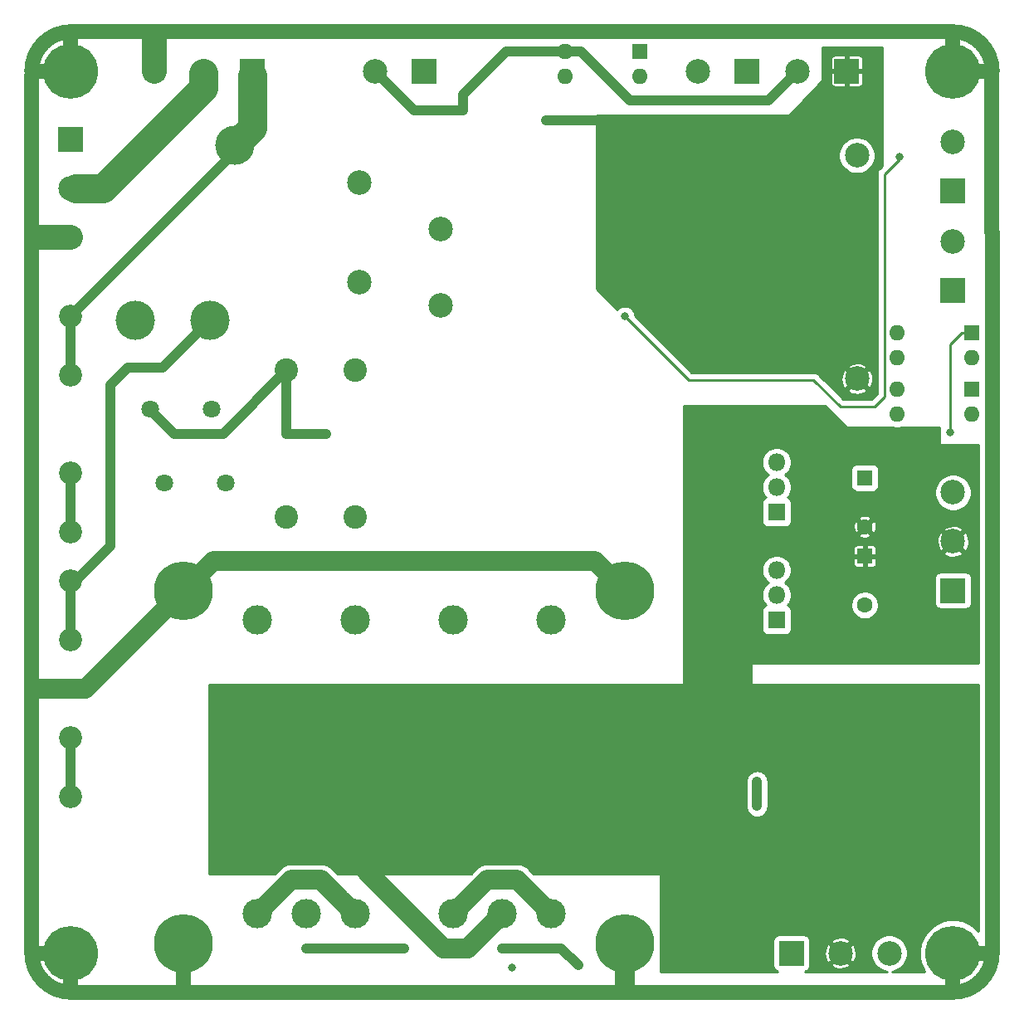
<source format=gbl>
G04 #@! TF.GenerationSoftware,KiCad,Pcbnew,5.1.5+dfsg1-2build2*
G04 #@! TF.CreationDate,2021-10-27T23:18:45+10:30*
G04 #@! TF.ProjectId,xover-psu,786f7665-722d-4707-9375-2e6b69636164,rev?*
G04 #@! TF.SameCoordinates,Original*
G04 #@! TF.FileFunction,Copper,L2,Bot*
G04 #@! TF.FilePolarity,Positive*
%FSLAX46Y46*%
G04 Gerber Fmt 4.6, Leading zero omitted, Abs format (unit mm)*
G04 Created by KiCad (PCBNEW 5.1.5+dfsg1-2build2) date 2021-10-27 23:18:45*
%MOMM*%
%LPD*%
G04 APERTURE LIST*
%ADD10C,1.500000*%
%ADD11R,1.600000X1.600000*%
%ADD12O,1.600000X1.600000*%
%ADD13C,2.500000*%
%ADD14R,2.500000X2.500000*%
%ADD15C,6.000000*%
%ADD16C,2.999740*%
%ADD17C,5.600000*%
%ADD18C,2.350000*%
%ADD19C,2.400000*%
%ADD20C,1.600000*%
%ADD21C,4.000000*%
%ADD22C,1.800000*%
%ADD23R,1.800000X1.800000*%
%ADD24O,1.800000X1.800000*%
%ADD25C,0.800000*%
%ADD26C,1.000000*%
%ADD27C,2.000000*%
%ADD28C,0.250000*%
%ADD29C,2.500000*%
%ADD30C,3.000000*%
%ADD31C,0.254000*%
G04 APERTURE END LIST*
D10*
X30000000Y-124000000D02*
G75*
G02X26000000Y-120000000I0J4000000D01*
G01*
X124000000Y-120000000D02*
G75*
G02X120000000Y-124000000I-4000000J0D01*
G01*
X120000000Y-26000000D02*
G75*
G02X124000000Y-30000000I0J-4000000D01*
G01*
X26000000Y-30000000D02*
G75*
G02X30000000Y-26000000I4000000J0D01*
G01*
D11*
X121901000Y-56750000D03*
D12*
X114281000Y-59290000D03*
X121901000Y-59290000D03*
X114281000Y-56750000D03*
D11*
X88000000Y-28000000D03*
D12*
X80380000Y-30540000D03*
X88000000Y-30540000D03*
X80380000Y-28000000D03*
D11*
X121901000Y-62465000D03*
D12*
X114281000Y-65005000D03*
X121901000Y-65005000D03*
X114281000Y-62465000D03*
D13*
X119996000Y-47432000D03*
D14*
X119996000Y-52432000D03*
D15*
X41500000Y-119000000D03*
X41500000Y-83000000D03*
X86500000Y-83000000D03*
X86500000Y-119000000D03*
D16*
X79001240Y-116001240D03*
X73999980Y-116001240D03*
X69001260Y-116001240D03*
X58998740Y-116001240D03*
X54000020Y-116001240D03*
X48998760Y-116001240D03*
X48998760Y-85998760D03*
X58998740Y-85998760D03*
X69001260Y-85998760D03*
X79001240Y-85998760D03*
D13*
X67700000Y-46100000D03*
X67700000Y-53900000D03*
X110200000Y-61400000D03*
X110200000Y-38600000D03*
X119996000Y-37272000D03*
D14*
X119996000Y-42272000D03*
D17*
X120000000Y-120000000D03*
X120000000Y-30000000D03*
D18*
X30000000Y-98000000D03*
X30000000Y-104000000D03*
X30000000Y-88000000D03*
X30000000Y-82000000D03*
X30000000Y-71000000D03*
X30000000Y-77000000D03*
X30000000Y-61000000D03*
X30000000Y-55000000D03*
D17*
X30000000Y-120000000D03*
X30000000Y-30000000D03*
D13*
X30000000Y-42000000D03*
D14*
X30000000Y-37000000D03*
D13*
X30000000Y-47000000D03*
X43500000Y-30000000D03*
D14*
X48500000Y-30000000D03*
D13*
X38500000Y-30000000D03*
X94000000Y-30000000D03*
D14*
X99000000Y-30000000D03*
D19*
X59000000Y-75500000D03*
X59000000Y-60500000D03*
X52000000Y-60500000D03*
X52000000Y-75500000D03*
D20*
X111000000Y-76500000D03*
D11*
X111000000Y-71500000D03*
X111000000Y-79500000D03*
D20*
X111000000Y-84500000D03*
D14*
X66000000Y-30000000D03*
D13*
X61000000Y-30000000D03*
X113500000Y-120000000D03*
D14*
X103500000Y-120000000D03*
D13*
X108500000Y-120000000D03*
D14*
X109160000Y-30000000D03*
D13*
X104160000Y-30000000D03*
X120000000Y-78000000D03*
D14*
X120000000Y-83000000D03*
D13*
X120000000Y-73000000D03*
D21*
X36600000Y-55400000D03*
X44200000Y-55400000D03*
X46740000Y-37600000D03*
D13*
X59440000Y-51580000D03*
X59440000Y-41420000D03*
D22*
X45750000Y-72000000D03*
X44350000Y-64500000D03*
X38100000Y-64500000D03*
X39500000Y-72000000D03*
D23*
X102000000Y-75000000D03*
D24*
X102000000Y-72460000D03*
X102000000Y-69920000D03*
X102000000Y-80920000D03*
X102000000Y-83460000D03*
D23*
X102000000Y-86000000D03*
D25*
X105000000Y-47000000D03*
X101000000Y-47000000D03*
X78500002Y-35000000D03*
X111614000Y-28000000D03*
X90000000Y-39000000D03*
X94000004Y-39000000D03*
X111750000Y-41000000D03*
X109000000Y-57500000D03*
X101500000Y-53000000D03*
X96500000Y-58250000D03*
X92500000Y-55000000D03*
X104500000Y-68000000D03*
X112000000Y-67000000D03*
X120750000Y-88500000D03*
X112000000Y-89000000D03*
X105500000Y-87500000D03*
X95500000Y-86500000D03*
X95500000Y-73000000D03*
X59500000Y-106000000D03*
X61500000Y-96500000D03*
X57500000Y-96500000D03*
X63000000Y-96500000D03*
X59500000Y-109000000D03*
X56000000Y-96500000D03*
X59500000Y-110500000D03*
X59500000Y-107500000D03*
X49500000Y-101000000D03*
X73500000Y-96250000D03*
X90250000Y-109750000D03*
X114500000Y-105000000D03*
X114500000Y-114750000D03*
X98750000Y-109750000D03*
X94500000Y-114500000D03*
X94500000Y-105500000D03*
X110249994Y-109750000D03*
X118749996Y-109750000D03*
X121266000Y-70466000D03*
X116948000Y-66910000D03*
X54000000Y-119500000D03*
X64000000Y-119500000D03*
X74999998Y-121500000D03*
X119742000Y-66910000D03*
X74000012Y-119500000D03*
X81750000Y-121250000D03*
X56000000Y-67000000D03*
X53999986Y-67000000D03*
X52000000Y-67000000D03*
X26000000Y-93000000D03*
X26000000Y-93000000D03*
X74000000Y-26000000D03*
X100000000Y-102500000D03*
X100000000Y-105000000D03*
X70000000Y-34000000D03*
X96250000Y-33000000D03*
X86500000Y-55000000D03*
X114500000Y-38750000D03*
D26*
X78500000Y-35000000D02*
X78500000Y-35000000D01*
X78500002Y-35000000D02*
X84400000Y-35000000D01*
D27*
X60000000Y-111500000D02*
X60000000Y-111000000D01*
X68000000Y-119500000D02*
X60000000Y-111500000D01*
X70501220Y-119500000D02*
X68000000Y-119500000D01*
X73999980Y-116001240D02*
X70501220Y-119500000D01*
X55500000Y-112500000D02*
X52500000Y-112500000D01*
X52500000Y-112500000D02*
X48998760Y-116001240D01*
X57498871Y-114498871D02*
X55500000Y-112500000D01*
X57498871Y-114501371D02*
X57498871Y-114498871D01*
X58998740Y-116001240D02*
X57498871Y-114501371D01*
D26*
X54000000Y-119500000D02*
X64000000Y-119500000D01*
D27*
X75500000Y-112500000D02*
X79001240Y-116001240D01*
X72502500Y-112500000D02*
X75500000Y-112500000D01*
X69001260Y-116001240D02*
X72502500Y-112500000D01*
D28*
X120851000Y-56750000D02*
X121901000Y-56750000D01*
X119742000Y-57859000D02*
X120851000Y-56750000D01*
X119742000Y-66910000D02*
X119742000Y-57859000D01*
D26*
X58998740Y-85998760D02*
X58998760Y-85998760D01*
X80000000Y-119500000D02*
X74000012Y-119500000D01*
X80000000Y-119500000D02*
X81750000Y-121250000D01*
D29*
X43500000Y-30500000D02*
X43500000Y-31010421D01*
D30*
X33250000Y-42000000D02*
X43500000Y-31750000D01*
X43500000Y-31750000D02*
X43500000Y-30250010D01*
X30500000Y-42000000D02*
X33250000Y-42000000D01*
D26*
X56000000Y-67000000D02*
X52000000Y-67000000D01*
X52000000Y-60500000D02*
X52000000Y-67000000D01*
X45500000Y-67000000D02*
X52000000Y-60500000D01*
X40500000Y-67000000D02*
X45500000Y-67000000D01*
X38000000Y-64500000D02*
X40500000Y-67000000D01*
X38100000Y-64500000D02*
X38000000Y-64500000D01*
X30000000Y-26040203D02*
X30000000Y-26000000D01*
D10*
X30000000Y-30000000D02*
X30000000Y-26040203D01*
X38500000Y-26000000D02*
X30000000Y-26000000D01*
D26*
X26040203Y-30000000D02*
X26000000Y-30040203D01*
X26000000Y-30040203D02*
X26000000Y-30500000D01*
D10*
X30000000Y-30000000D02*
X26040203Y-30000000D01*
D26*
X26040203Y-120000000D02*
X26000000Y-120000000D01*
X30000000Y-123959797D02*
X30000000Y-124000000D01*
D10*
X30000000Y-124000000D02*
X41500000Y-124000000D01*
X41500000Y-124000000D02*
X86500000Y-124000000D01*
D26*
X120000000Y-123959797D02*
X120000000Y-124000000D01*
D10*
X86500000Y-124000000D02*
X120000000Y-124000000D01*
D26*
X123959797Y-120000000D02*
X124000000Y-120000000D01*
D10*
X26000000Y-92500000D02*
X26000000Y-93000000D01*
X26000000Y-49500000D02*
X26000000Y-92500000D01*
X26000000Y-47000000D02*
X26000000Y-49500000D01*
X26000000Y-30500000D02*
X26000000Y-47000000D01*
X72500000Y-26000000D02*
X38500000Y-26000000D01*
D27*
X83500001Y-80000001D02*
X86500000Y-83000000D01*
X44499999Y-80000001D02*
X83500001Y-80000001D01*
X41500000Y-83000000D02*
X44499999Y-80000001D01*
D10*
X92500000Y-26000000D02*
X120000000Y-26000000D01*
X124000000Y-61500000D02*
X124000000Y-120000000D01*
D29*
X30000000Y-47000000D02*
X27000000Y-47000000D01*
D10*
X120000000Y-30000000D02*
X120000000Y-26500000D01*
X120000000Y-120000000D02*
X123500000Y-120000000D01*
X120000000Y-120000000D02*
X120000000Y-123500000D01*
D27*
X86500000Y-119000000D02*
X86500000Y-123500000D01*
D10*
X41500000Y-119000000D02*
X41500000Y-123500000D01*
X30000000Y-120000000D02*
X30000000Y-123500000D01*
X30000000Y-120000000D02*
X26500000Y-120000000D01*
D29*
X38500000Y-30000000D02*
X38500000Y-27000000D01*
D10*
X123959797Y-30000000D02*
X123989990Y-29969807D01*
X120000000Y-30000000D02*
X123959797Y-30000000D01*
X123989990Y-46489990D02*
X123989990Y-61500000D01*
X123959797Y-46459797D02*
X123989990Y-46489990D01*
X123959797Y-30000000D02*
X123959797Y-46459797D01*
X72500000Y-26000000D02*
X74000000Y-26000000D01*
X78000000Y-26000000D02*
X92500000Y-26000000D01*
X26000000Y-93000000D02*
X26000000Y-93000000D01*
X26000000Y-93000000D02*
X26000000Y-120000000D01*
X74000000Y-26000000D02*
X78000000Y-26000000D01*
D27*
X26500000Y-93000000D02*
X31500000Y-93000000D01*
X31500000Y-93000000D02*
X41500000Y-83000000D01*
D26*
X30000000Y-61500000D02*
X30000000Y-55500000D01*
X46738300Y-36600000D02*
X46740000Y-36600000D01*
D30*
X48500000Y-35840000D02*
X48500000Y-30500000D01*
X46740000Y-37600000D02*
X48500000Y-35840000D01*
D26*
X46740000Y-38260000D02*
X46740000Y-37600000D01*
X30000000Y-55000000D02*
X46740000Y-38260000D01*
X30000000Y-98000000D02*
X30000000Y-104000000D01*
X30000000Y-88000000D02*
X30000000Y-82000000D01*
X39350000Y-60250000D02*
X44200000Y-55400000D01*
X35817998Y-60250000D02*
X39350000Y-60250000D01*
X34000000Y-62067998D02*
X35817998Y-60250000D01*
X30439002Y-82000000D02*
X34000000Y-78439002D01*
X34000000Y-78439002D02*
X34000000Y-62067998D01*
X30000000Y-82000000D02*
X30439002Y-82000000D01*
X100000000Y-102500000D02*
X100000000Y-105000000D01*
X65000000Y-34000000D02*
X70000000Y-34000000D01*
X61000000Y-30000000D02*
X65000000Y-34000000D01*
X79248630Y-28000000D02*
X80380000Y-28000000D01*
X74400000Y-28000000D02*
X79248630Y-28000000D01*
X70000000Y-32400000D02*
X74400000Y-28000000D01*
X70000000Y-34000000D02*
X70000000Y-32400000D01*
X101160000Y-33000000D02*
X104160000Y-30000000D01*
X82000000Y-28000000D02*
X87000000Y-33000000D01*
X80380000Y-28000000D02*
X82000000Y-28000000D01*
X96250000Y-33000000D02*
X101160000Y-33000000D01*
X87000000Y-33000000D02*
X96250000Y-33000000D01*
X30000000Y-77000000D02*
X30000000Y-71000000D01*
D28*
X113000000Y-63250000D02*
X113000000Y-42500234D01*
X108500000Y-64250000D02*
X112000000Y-64250000D01*
X105750000Y-61500000D02*
X108500000Y-64250000D01*
X112000000Y-64250000D02*
X113000000Y-63250000D01*
X93000000Y-61500000D02*
X105750000Y-61500000D01*
X86500000Y-55000000D02*
X93000000Y-61500000D01*
X113000000Y-42500234D02*
X113000000Y-40500000D01*
X114500000Y-39000000D02*
X114500000Y-38750000D01*
X113000000Y-40500000D02*
X114500000Y-39000000D01*
D31*
G36*
X109160197Y-66339803D02*
G01*
X109179443Y-66355597D01*
X109201399Y-66367333D01*
X109225224Y-66374560D01*
X109250000Y-66377000D01*
X113843467Y-66377000D01*
X113862426Y-66384853D01*
X114139665Y-66440000D01*
X114422335Y-66440000D01*
X114699574Y-66384853D01*
X114718533Y-66377000D01*
X118599000Y-66377000D01*
X118599000Y-68000000D01*
X118601440Y-68024776D01*
X118608667Y-68048601D01*
X118620403Y-68070557D01*
X118636197Y-68089803D01*
X118655443Y-68105597D01*
X118677399Y-68117333D01*
X118701224Y-68124560D01*
X118726000Y-68127000D01*
X122615000Y-68127000D01*
X122615000Y-90373000D01*
X99500000Y-90373000D01*
X99475224Y-90375440D01*
X99451399Y-90382667D01*
X99429443Y-90394403D01*
X99410197Y-90410197D01*
X99394403Y-90429443D01*
X99382667Y-90451399D01*
X99375440Y-90475224D01*
X99373000Y-90500000D01*
X99373000Y-92500000D01*
X99375440Y-92524776D01*
X99382667Y-92548601D01*
X99394403Y-92570557D01*
X99410197Y-92589803D01*
X99429443Y-92605597D01*
X99451399Y-92617333D01*
X99475224Y-92624560D01*
X99500000Y-92627000D01*
X122615001Y-92627000D01*
X122615001Y-117757178D01*
X122189685Y-117331862D01*
X121627082Y-116955943D01*
X121001952Y-116697006D01*
X120338318Y-116565000D01*
X119661682Y-116565000D01*
X118998048Y-116697006D01*
X118372918Y-116955943D01*
X117810315Y-117331862D01*
X117331862Y-117810315D01*
X116955943Y-118372918D01*
X116697006Y-118998048D01*
X116565000Y-119661682D01*
X116565000Y-120338318D01*
X116697006Y-121001952D01*
X116955943Y-121627082D01*
X117120260Y-121873000D01*
X113745984Y-121873000D01*
X114049834Y-121812561D01*
X114392882Y-121670466D01*
X114701618Y-121464175D01*
X114964175Y-121201618D01*
X115170466Y-120892882D01*
X115312561Y-120549834D01*
X115385000Y-120185656D01*
X115385000Y-119814344D01*
X115312561Y-119450166D01*
X115170466Y-119107118D01*
X114964175Y-118798382D01*
X114701618Y-118535825D01*
X114392882Y-118329534D01*
X114049834Y-118187439D01*
X113685656Y-118115000D01*
X113314344Y-118115000D01*
X112950166Y-118187439D01*
X112607118Y-118329534D01*
X112298382Y-118535825D01*
X112035825Y-118798382D01*
X111829534Y-119107118D01*
X111687439Y-119450166D01*
X111615000Y-119814344D01*
X111615000Y-120185656D01*
X111687439Y-120549834D01*
X111829534Y-120892882D01*
X112035825Y-121201618D01*
X112298382Y-121464175D01*
X112607118Y-121670466D01*
X112950166Y-121812561D01*
X113254016Y-121873000D01*
X104883752Y-121873000D01*
X104994180Y-121839502D01*
X105104494Y-121780537D01*
X105201185Y-121701185D01*
X105280537Y-121604494D01*
X105339502Y-121494180D01*
X105375812Y-121374482D01*
X105388072Y-121250000D01*
X105388072Y-121177622D01*
X107501983Y-121177622D01*
X107642325Y-121396554D01*
X107931259Y-121537043D01*
X108242050Y-121618465D01*
X108562753Y-121637690D01*
X108881044Y-121593980D01*
X109184693Y-121489014D01*
X109357675Y-121396554D01*
X109498017Y-121177622D01*
X108500000Y-120179605D01*
X107501983Y-121177622D01*
X105388072Y-121177622D01*
X105388072Y-120062753D01*
X106862310Y-120062753D01*
X106906020Y-120381044D01*
X107010986Y-120684693D01*
X107103446Y-120857675D01*
X107322378Y-120998017D01*
X108320395Y-120000000D01*
X108679605Y-120000000D01*
X109677622Y-120998017D01*
X109896554Y-120857675D01*
X110037043Y-120568741D01*
X110118465Y-120257950D01*
X110137690Y-119937247D01*
X110093980Y-119618956D01*
X109989014Y-119315307D01*
X109896554Y-119142325D01*
X109677622Y-119001983D01*
X108679605Y-120000000D01*
X108320395Y-120000000D01*
X107322378Y-119001983D01*
X107103446Y-119142325D01*
X106962957Y-119431259D01*
X106881535Y-119742050D01*
X106862310Y-120062753D01*
X105388072Y-120062753D01*
X105388072Y-118822378D01*
X107501983Y-118822378D01*
X108500000Y-119820395D01*
X109498017Y-118822378D01*
X109357675Y-118603446D01*
X109068741Y-118462957D01*
X108757950Y-118381535D01*
X108437247Y-118362310D01*
X108118956Y-118406020D01*
X107815307Y-118510986D01*
X107642325Y-118603446D01*
X107501983Y-118822378D01*
X105388072Y-118822378D01*
X105388072Y-118750000D01*
X105375812Y-118625518D01*
X105339502Y-118505820D01*
X105280537Y-118395506D01*
X105201185Y-118298815D01*
X105104494Y-118219463D01*
X104994180Y-118160498D01*
X104874482Y-118124188D01*
X104750000Y-118111928D01*
X102250000Y-118111928D01*
X102125518Y-118124188D01*
X102005820Y-118160498D01*
X101895506Y-118219463D01*
X101798815Y-118298815D01*
X101719463Y-118395506D01*
X101660498Y-118505820D01*
X101624188Y-118625518D01*
X101611928Y-118750000D01*
X101611928Y-121250000D01*
X101624188Y-121374482D01*
X101660498Y-121494180D01*
X101719463Y-121604494D01*
X101798815Y-121701185D01*
X101895506Y-121780537D01*
X102005820Y-121839502D01*
X102116248Y-121873000D01*
X90127000Y-121873000D01*
X90127000Y-119398235D01*
X90135000Y-119358016D01*
X90135000Y-118641984D01*
X90127000Y-118601765D01*
X90127000Y-112000000D01*
X90124560Y-111975224D01*
X90117333Y-111951399D01*
X90105597Y-111929443D01*
X90089803Y-111910197D01*
X90070557Y-111894403D01*
X90048601Y-111882667D01*
X90024776Y-111875440D01*
X90000000Y-111873000D01*
X77185238Y-111873000D01*
X76712925Y-111400687D01*
X76661714Y-111338286D01*
X76412752Y-111133969D01*
X76128715Y-110982148D01*
X75820516Y-110888657D01*
X75580322Y-110865000D01*
X75580319Y-110865000D01*
X75500000Y-110857089D01*
X75419681Y-110865000D01*
X72582819Y-110865000D01*
X72502499Y-110857089D01*
X72422180Y-110865000D01*
X72422178Y-110865000D01*
X72181984Y-110888657D01*
X71873785Y-110982148D01*
X71589748Y-111133969D01*
X71340786Y-111338286D01*
X71289580Y-111400681D01*
X70817261Y-111873000D01*
X57185238Y-111873000D01*
X56712925Y-111400687D01*
X56661714Y-111338286D01*
X56412752Y-111133969D01*
X56128715Y-110982148D01*
X55820516Y-110888657D01*
X55580322Y-110865000D01*
X55580319Y-110865000D01*
X55500000Y-110857089D01*
X55419681Y-110865000D01*
X52580319Y-110865000D01*
X52499999Y-110857089D01*
X52419680Y-110865000D01*
X52419678Y-110865000D01*
X52179484Y-110888657D01*
X51871285Y-110982148D01*
X51587248Y-111133969D01*
X51338286Y-111338286D01*
X51287080Y-111400681D01*
X50814761Y-111873000D01*
X44127000Y-111873000D01*
X44127000Y-102444249D01*
X98865000Y-102444249D01*
X98865001Y-105055752D01*
X98881424Y-105222499D01*
X98946325Y-105436447D01*
X99051717Y-105633623D01*
X99193552Y-105806449D01*
X99366378Y-105948284D01*
X99563554Y-106053676D01*
X99777502Y-106118577D01*
X100000000Y-106140491D01*
X100222499Y-106118577D01*
X100436447Y-106053676D01*
X100633623Y-105948284D01*
X100806449Y-105806449D01*
X100948284Y-105633623D01*
X101053676Y-105436447D01*
X101118577Y-105222499D01*
X101135000Y-105055752D01*
X101135000Y-102444248D01*
X101118577Y-102277501D01*
X101053676Y-102063553D01*
X100948284Y-101866377D01*
X100806449Y-101693551D01*
X100633623Y-101551716D01*
X100436446Y-101446324D01*
X100222498Y-101381423D01*
X100000000Y-101359509D01*
X99777501Y-101381423D01*
X99563553Y-101446324D01*
X99366377Y-101551716D01*
X99193551Y-101693551D01*
X99051716Y-101866377D01*
X98946324Y-102063554D01*
X98881423Y-102277502D01*
X98865000Y-102444249D01*
X44127000Y-102444249D01*
X44127000Y-92627000D01*
X92400000Y-92627000D01*
X92424776Y-92624560D01*
X92448601Y-92617333D01*
X92470557Y-92605597D01*
X92489803Y-92589803D01*
X92505597Y-92570557D01*
X92517333Y-92548601D01*
X92524560Y-92524776D01*
X92527000Y-92500000D01*
X92527000Y-85100000D01*
X100461928Y-85100000D01*
X100461928Y-86900000D01*
X100474188Y-87024482D01*
X100510498Y-87144180D01*
X100569463Y-87254494D01*
X100648815Y-87351185D01*
X100745506Y-87430537D01*
X100855820Y-87489502D01*
X100975518Y-87525812D01*
X101100000Y-87538072D01*
X102900000Y-87538072D01*
X103024482Y-87525812D01*
X103144180Y-87489502D01*
X103254494Y-87430537D01*
X103351185Y-87351185D01*
X103430537Y-87254494D01*
X103489502Y-87144180D01*
X103525812Y-87024482D01*
X103538072Y-86900000D01*
X103538072Y-85100000D01*
X103525812Y-84975518D01*
X103489502Y-84855820D01*
X103430537Y-84745506D01*
X103351185Y-84648815D01*
X103254494Y-84569463D01*
X103144180Y-84510498D01*
X103125873Y-84504944D01*
X103192312Y-84438505D01*
X103245659Y-84358665D01*
X109565000Y-84358665D01*
X109565000Y-84641335D01*
X109620147Y-84918574D01*
X109728320Y-85179727D01*
X109885363Y-85414759D01*
X110085241Y-85614637D01*
X110320273Y-85771680D01*
X110581426Y-85879853D01*
X110858665Y-85935000D01*
X111141335Y-85935000D01*
X111418574Y-85879853D01*
X111679727Y-85771680D01*
X111914759Y-85614637D01*
X112114637Y-85414759D01*
X112271680Y-85179727D01*
X112379853Y-84918574D01*
X112435000Y-84641335D01*
X112435000Y-84358665D01*
X112379853Y-84081426D01*
X112271680Y-83820273D01*
X112114637Y-83585241D01*
X111914759Y-83385363D01*
X111679727Y-83228320D01*
X111418574Y-83120147D01*
X111141335Y-83065000D01*
X110858665Y-83065000D01*
X110581426Y-83120147D01*
X110320273Y-83228320D01*
X110085241Y-83385363D01*
X109885363Y-83585241D01*
X109728320Y-83820273D01*
X109620147Y-84081426D01*
X109565000Y-84358665D01*
X103245659Y-84358665D01*
X103360299Y-84187095D01*
X103476011Y-83907743D01*
X103535000Y-83611184D01*
X103535000Y-83308816D01*
X103476011Y-83012257D01*
X103360299Y-82732905D01*
X103192312Y-82481495D01*
X102978505Y-82267688D01*
X102862237Y-82190000D01*
X102978505Y-82112312D01*
X103192312Y-81898505D01*
X103291539Y-81750000D01*
X118111928Y-81750000D01*
X118111928Y-84250000D01*
X118124188Y-84374482D01*
X118160498Y-84494180D01*
X118219463Y-84604494D01*
X118298815Y-84701185D01*
X118395506Y-84780537D01*
X118505820Y-84839502D01*
X118625518Y-84875812D01*
X118750000Y-84888072D01*
X121250000Y-84888072D01*
X121374482Y-84875812D01*
X121494180Y-84839502D01*
X121604494Y-84780537D01*
X121701185Y-84701185D01*
X121780537Y-84604494D01*
X121839502Y-84494180D01*
X121875812Y-84374482D01*
X121888072Y-84250000D01*
X121888072Y-81750000D01*
X121875812Y-81625518D01*
X121839502Y-81505820D01*
X121780537Y-81395506D01*
X121701185Y-81298815D01*
X121604494Y-81219463D01*
X121494180Y-81160498D01*
X121374482Y-81124188D01*
X121250000Y-81111928D01*
X118750000Y-81111928D01*
X118625518Y-81124188D01*
X118505820Y-81160498D01*
X118395506Y-81219463D01*
X118298815Y-81298815D01*
X118219463Y-81395506D01*
X118160498Y-81505820D01*
X118124188Y-81625518D01*
X118111928Y-81750000D01*
X103291539Y-81750000D01*
X103360299Y-81647095D01*
X103476011Y-81367743D01*
X103535000Y-81071184D01*
X103535000Y-80768816D01*
X103476011Y-80472257D01*
X103404660Y-80300000D01*
X109817157Y-80300000D01*
X109824513Y-80374689D01*
X109846299Y-80446508D01*
X109881678Y-80512696D01*
X109929289Y-80570711D01*
X109987304Y-80618322D01*
X110053492Y-80653701D01*
X110125311Y-80675487D01*
X110200000Y-80682843D01*
X110777750Y-80681000D01*
X110873000Y-80585750D01*
X110873000Y-79627000D01*
X111127000Y-79627000D01*
X111127000Y-80585750D01*
X111222250Y-80681000D01*
X111800000Y-80682843D01*
X111874689Y-80675487D01*
X111946508Y-80653701D01*
X112012696Y-80618322D01*
X112070711Y-80570711D01*
X112118322Y-80512696D01*
X112153701Y-80446508D01*
X112175487Y-80374689D01*
X112182843Y-80300000D01*
X112181000Y-79722250D01*
X112085750Y-79627000D01*
X111127000Y-79627000D01*
X110873000Y-79627000D01*
X109914250Y-79627000D01*
X109819000Y-79722250D01*
X109817157Y-80300000D01*
X103404660Y-80300000D01*
X103360299Y-80192905D01*
X103192312Y-79941495D01*
X102978505Y-79727688D01*
X102727095Y-79559701D01*
X102447743Y-79443989D01*
X102151184Y-79385000D01*
X101848816Y-79385000D01*
X101552257Y-79443989D01*
X101272905Y-79559701D01*
X101021495Y-79727688D01*
X100807688Y-79941495D01*
X100639701Y-80192905D01*
X100523989Y-80472257D01*
X100465000Y-80768816D01*
X100465000Y-81071184D01*
X100523989Y-81367743D01*
X100639701Y-81647095D01*
X100807688Y-81898505D01*
X101021495Y-82112312D01*
X101137763Y-82190000D01*
X101021495Y-82267688D01*
X100807688Y-82481495D01*
X100639701Y-82732905D01*
X100523989Y-83012257D01*
X100465000Y-83308816D01*
X100465000Y-83611184D01*
X100523989Y-83907743D01*
X100639701Y-84187095D01*
X100807688Y-84438505D01*
X100874127Y-84504944D01*
X100855820Y-84510498D01*
X100745506Y-84569463D01*
X100648815Y-84648815D01*
X100569463Y-84745506D01*
X100510498Y-84855820D01*
X100474188Y-84975518D01*
X100461928Y-85100000D01*
X92527000Y-85100000D01*
X92527000Y-78700000D01*
X109817157Y-78700000D01*
X109819000Y-79277750D01*
X109914250Y-79373000D01*
X110873000Y-79373000D01*
X110873000Y-78414250D01*
X111127000Y-78414250D01*
X111127000Y-79373000D01*
X112085750Y-79373000D01*
X112181000Y-79277750D01*
X112181319Y-79177622D01*
X119001983Y-79177622D01*
X119142325Y-79396554D01*
X119431259Y-79537043D01*
X119742050Y-79618465D01*
X120062753Y-79637690D01*
X120381044Y-79593980D01*
X120684693Y-79489014D01*
X120857675Y-79396554D01*
X120998017Y-79177622D01*
X120000000Y-78179605D01*
X119001983Y-79177622D01*
X112181319Y-79177622D01*
X112182843Y-78700000D01*
X112175487Y-78625311D01*
X112153701Y-78553492D01*
X112118322Y-78487304D01*
X112070711Y-78429289D01*
X112012696Y-78381678D01*
X111946508Y-78346299D01*
X111874689Y-78324513D01*
X111800000Y-78317157D01*
X111222250Y-78319000D01*
X111127000Y-78414250D01*
X110873000Y-78414250D01*
X110777750Y-78319000D01*
X110200000Y-78317157D01*
X110125311Y-78324513D01*
X110053492Y-78346299D01*
X109987304Y-78381678D01*
X109929289Y-78429289D01*
X109881678Y-78487304D01*
X109846299Y-78553492D01*
X109824513Y-78625311D01*
X109817157Y-78700000D01*
X92527000Y-78700000D01*
X92527000Y-78062753D01*
X118362310Y-78062753D01*
X118406020Y-78381044D01*
X118510986Y-78684693D01*
X118603446Y-78857675D01*
X118822378Y-78998017D01*
X119820395Y-78000000D01*
X120179605Y-78000000D01*
X121177622Y-78998017D01*
X121396554Y-78857675D01*
X121537043Y-78568741D01*
X121618465Y-78257950D01*
X121637690Y-77937247D01*
X121593980Y-77618956D01*
X121489014Y-77315307D01*
X121396554Y-77142325D01*
X121177622Y-77001983D01*
X120179605Y-78000000D01*
X119820395Y-78000000D01*
X118822378Y-77001983D01*
X118603446Y-77142325D01*
X118462957Y-77431259D01*
X118381535Y-77742050D01*
X118362310Y-78062753D01*
X92527000Y-78062753D01*
X92527000Y-77356342D01*
X110323263Y-77356342D01*
X110409218Y-77529207D01*
X110621358Y-77624687D01*
X110848048Y-77676945D01*
X111080578Y-77683975D01*
X111310012Y-77645505D01*
X111527532Y-77563014D01*
X111590782Y-77529207D01*
X111676737Y-77356342D01*
X111000000Y-76679605D01*
X110323263Y-77356342D01*
X92527000Y-77356342D01*
X92527000Y-76580578D01*
X109816025Y-76580578D01*
X109854495Y-76810012D01*
X109936986Y-77027532D01*
X109970793Y-77090782D01*
X110143658Y-77176737D01*
X110820395Y-76500000D01*
X111179605Y-76500000D01*
X111856342Y-77176737D01*
X112029207Y-77090782D01*
X112124687Y-76878642D01*
X112137657Y-76822378D01*
X119001983Y-76822378D01*
X120000000Y-77820395D01*
X120998017Y-76822378D01*
X120857675Y-76603446D01*
X120568741Y-76462957D01*
X120257950Y-76381535D01*
X119937247Y-76362310D01*
X119618956Y-76406020D01*
X119315307Y-76510986D01*
X119142325Y-76603446D01*
X119001983Y-76822378D01*
X112137657Y-76822378D01*
X112176945Y-76651952D01*
X112183975Y-76419422D01*
X112145505Y-76189988D01*
X112063014Y-75972468D01*
X112029207Y-75909218D01*
X111856342Y-75823263D01*
X111179605Y-76500000D01*
X110820395Y-76500000D01*
X110143658Y-75823263D01*
X109970793Y-75909218D01*
X109875313Y-76121358D01*
X109823055Y-76348048D01*
X109816025Y-76580578D01*
X92527000Y-76580578D01*
X92527000Y-74100000D01*
X100461928Y-74100000D01*
X100461928Y-75900000D01*
X100474188Y-76024482D01*
X100510498Y-76144180D01*
X100569463Y-76254494D01*
X100648815Y-76351185D01*
X100745506Y-76430537D01*
X100855820Y-76489502D01*
X100975518Y-76525812D01*
X101100000Y-76538072D01*
X102900000Y-76538072D01*
X103024482Y-76525812D01*
X103144180Y-76489502D01*
X103254494Y-76430537D01*
X103351185Y-76351185D01*
X103430537Y-76254494D01*
X103489502Y-76144180D01*
X103525812Y-76024482D01*
X103538072Y-75900000D01*
X103538072Y-75643658D01*
X110323263Y-75643658D01*
X111000000Y-76320395D01*
X111676737Y-75643658D01*
X111590782Y-75470793D01*
X111378642Y-75375313D01*
X111151952Y-75323055D01*
X110919422Y-75316025D01*
X110689988Y-75354495D01*
X110472468Y-75436986D01*
X110409218Y-75470793D01*
X110323263Y-75643658D01*
X103538072Y-75643658D01*
X103538072Y-74100000D01*
X103525812Y-73975518D01*
X103489502Y-73855820D01*
X103430537Y-73745506D01*
X103351185Y-73648815D01*
X103254494Y-73569463D01*
X103144180Y-73510498D01*
X103125873Y-73504944D01*
X103192312Y-73438505D01*
X103360299Y-73187095D01*
X103476011Y-72907743D01*
X103535000Y-72611184D01*
X103535000Y-72308816D01*
X103476011Y-72012257D01*
X103360299Y-71732905D01*
X103192312Y-71481495D01*
X102978505Y-71267688D01*
X102862237Y-71190000D01*
X102978505Y-71112312D01*
X103192312Y-70898505D01*
X103324948Y-70700000D01*
X109561928Y-70700000D01*
X109561928Y-72300000D01*
X109574188Y-72424482D01*
X109610498Y-72544180D01*
X109669463Y-72654494D01*
X109748815Y-72751185D01*
X109845506Y-72830537D01*
X109955820Y-72889502D01*
X110075518Y-72925812D01*
X110200000Y-72938072D01*
X111800000Y-72938072D01*
X111924482Y-72925812D01*
X112044180Y-72889502D01*
X112154494Y-72830537D01*
X112174225Y-72814344D01*
X118115000Y-72814344D01*
X118115000Y-73185656D01*
X118187439Y-73549834D01*
X118329534Y-73892882D01*
X118535825Y-74201618D01*
X118798382Y-74464175D01*
X119107118Y-74670466D01*
X119450166Y-74812561D01*
X119814344Y-74885000D01*
X120185656Y-74885000D01*
X120549834Y-74812561D01*
X120892882Y-74670466D01*
X121201618Y-74464175D01*
X121464175Y-74201618D01*
X121670466Y-73892882D01*
X121812561Y-73549834D01*
X121885000Y-73185656D01*
X121885000Y-72814344D01*
X121812561Y-72450166D01*
X121670466Y-72107118D01*
X121464175Y-71798382D01*
X121201618Y-71535825D01*
X120892882Y-71329534D01*
X120549834Y-71187439D01*
X120185656Y-71115000D01*
X119814344Y-71115000D01*
X119450166Y-71187439D01*
X119107118Y-71329534D01*
X118798382Y-71535825D01*
X118535825Y-71798382D01*
X118329534Y-72107118D01*
X118187439Y-72450166D01*
X118115000Y-72814344D01*
X112174225Y-72814344D01*
X112251185Y-72751185D01*
X112330537Y-72654494D01*
X112389502Y-72544180D01*
X112425812Y-72424482D01*
X112438072Y-72300000D01*
X112438072Y-70700000D01*
X112425812Y-70575518D01*
X112389502Y-70455820D01*
X112330537Y-70345506D01*
X112251185Y-70248815D01*
X112154494Y-70169463D01*
X112044180Y-70110498D01*
X111924482Y-70074188D01*
X111800000Y-70061928D01*
X110200000Y-70061928D01*
X110075518Y-70074188D01*
X109955820Y-70110498D01*
X109845506Y-70169463D01*
X109748815Y-70248815D01*
X109669463Y-70345506D01*
X109610498Y-70455820D01*
X109574188Y-70575518D01*
X109561928Y-70700000D01*
X103324948Y-70700000D01*
X103360299Y-70647095D01*
X103476011Y-70367743D01*
X103535000Y-70071184D01*
X103535000Y-69768816D01*
X103476011Y-69472257D01*
X103360299Y-69192905D01*
X103192312Y-68941495D01*
X102978505Y-68727688D01*
X102727095Y-68559701D01*
X102447743Y-68443989D01*
X102151184Y-68385000D01*
X101848816Y-68385000D01*
X101552257Y-68443989D01*
X101272905Y-68559701D01*
X101021495Y-68727688D01*
X100807688Y-68941495D01*
X100639701Y-69192905D01*
X100523989Y-69472257D01*
X100465000Y-69768816D01*
X100465000Y-70071184D01*
X100523989Y-70367743D01*
X100639701Y-70647095D01*
X100807688Y-70898505D01*
X101021495Y-71112312D01*
X101137763Y-71190000D01*
X101021495Y-71267688D01*
X100807688Y-71481495D01*
X100639701Y-71732905D01*
X100523989Y-72012257D01*
X100465000Y-72308816D01*
X100465000Y-72611184D01*
X100523989Y-72907743D01*
X100639701Y-73187095D01*
X100807688Y-73438505D01*
X100874127Y-73504944D01*
X100855820Y-73510498D01*
X100745506Y-73569463D01*
X100648815Y-73648815D01*
X100569463Y-73745506D01*
X100510498Y-73855820D01*
X100474188Y-73975518D01*
X100461928Y-74100000D01*
X92527000Y-74100000D01*
X92527000Y-64127000D01*
X106947394Y-64127000D01*
X109160197Y-66339803D01*
G37*
X109160197Y-66339803D02*
X109179443Y-66355597D01*
X109201399Y-66367333D01*
X109225224Y-66374560D01*
X109250000Y-66377000D01*
X113843467Y-66377000D01*
X113862426Y-66384853D01*
X114139665Y-66440000D01*
X114422335Y-66440000D01*
X114699574Y-66384853D01*
X114718533Y-66377000D01*
X118599000Y-66377000D01*
X118599000Y-68000000D01*
X118601440Y-68024776D01*
X118608667Y-68048601D01*
X118620403Y-68070557D01*
X118636197Y-68089803D01*
X118655443Y-68105597D01*
X118677399Y-68117333D01*
X118701224Y-68124560D01*
X118726000Y-68127000D01*
X122615000Y-68127000D01*
X122615000Y-90373000D01*
X99500000Y-90373000D01*
X99475224Y-90375440D01*
X99451399Y-90382667D01*
X99429443Y-90394403D01*
X99410197Y-90410197D01*
X99394403Y-90429443D01*
X99382667Y-90451399D01*
X99375440Y-90475224D01*
X99373000Y-90500000D01*
X99373000Y-92500000D01*
X99375440Y-92524776D01*
X99382667Y-92548601D01*
X99394403Y-92570557D01*
X99410197Y-92589803D01*
X99429443Y-92605597D01*
X99451399Y-92617333D01*
X99475224Y-92624560D01*
X99500000Y-92627000D01*
X122615001Y-92627000D01*
X122615001Y-117757178D01*
X122189685Y-117331862D01*
X121627082Y-116955943D01*
X121001952Y-116697006D01*
X120338318Y-116565000D01*
X119661682Y-116565000D01*
X118998048Y-116697006D01*
X118372918Y-116955943D01*
X117810315Y-117331862D01*
X117331862Y-117810315D01*
X116955943Y-118372918D01*
X116697006Y-118998048D01*
X116565000Y-119661682D01*
X116565000Y-120338318D01*
X116697006Y-121001952D01*
X116955943Y-121627082D01*
X117120260Y-121873000D01*
X113745984Y-121873000D01*
X114049834Y-121812561D01*
X114392882Y-121670466D01*
X114701618Y-121464175D01*
X114964175Y-121201618D01*
X115170466Y-120892882D01*
X115312561Y-120549834D01*
X115385000Y-120185656D01*
X115385000Y-119814344D01*
X115312561Y-119450166D01*
X115170466Y-119107118D01*
X114964175Y-118798382D01*
X114701618Y-118535825D01*
X114392882Y-118329534D01*
X114049834Y-118187439D01*
X113685656Y-118115000D01*
X113314344Y-118115000D01*
X112950166Y-118187439D01*
X112607118Y-118329534D01*
X112298382Y-118535825D01*
X112035825Y-118798382D01*
X111829534Y-119107118D01*
X111687439Y-119450166D01*
X111615000Y-119814344D01*
X111615000Y-120185656D01*
X111687439Y-120549834D01*
X111829534Y-120892882D01*
X112035825Y-121201618D01*
X112298382Y-121464175D01*
X112607118Y-121670466D01*
X112950166Y-121812561D01*
X113254016Y-121873000D01*
X104883752Y-121873000D01*
X104994180Y-121839502D01*
X105104494Y-121780537D01*
X105201185Y-121701185D01*
X105280537Y-121604494D01*
X105339502Y-121494180D01*
X105375812Y-121374482D01*
X105388072Y-121250000D01*
X105388072Y-121177622D01*
X107501983Y-121177622D01*
X107642325Y-121396554D01*
X107931259Y-121537043D01*
X108242050Y-121618465D01*
X108562753Y-121637690D01*
X108881044Y-121593980D01*
X109184693Y-121489014D01*
X109357675Y-121396554D01*
X109498017Y-121177622D01*
X108500000Y-120179605D01*
X107501983Y-121177622D01*
X105388072Y-121177622D01*
X105388072Y-120062753D01*
X106862310Y-120062753D01*
X106906020Y-120381044D01*
X107010986Y-120684693D01*
X107103446Y-120857675D01*
X107322378Y-120998017D01*
X108320395Y-120000000D01*
X108679605Y-120000000D01*
X109677622Y-120998017D01*
X109896554Y-120857675D01*
X110037043Y-120568741D01*
X110118465Y-120257950D01*
X110137690Y-119937247D01*
X110093980Y-119618956D01*
X109989014Y-119315307D01*
X109896554Y-119142325D01*
X109677622Y-119001983D01*
X108679605Y-120000000D01*
X108320395Y-120000000D01*
X107322378Y-119001983D01*
X107103446Y-119142325D01*
X106962957Y-119431259D01*
X106881535Y-119742050D01*
X106862310Y-120062753D01*
X105388072Y-120062753D01*
X105388072Y-118822378D01*
X107501983Y-118822378D01*
X108500000Y-119820395D01*
X109498017Y-118822378D01*
X109357675Y-118603446D01*
X109068741Y-118462957D01*
X108757950Y-118381535D01*
X108437247Y-118362310D01*
X108118956Y-118406020D01*
X107815307Y-118510986D01*
X107642325Y-118603446D01*
X107501983Y-118822378D01*
X105388072Y-118822378D01*
X105388072Y-118750000D01*
X105375812Y-118625518D01*
X105339502Y-118505820D01*
X105280537Y-118395506D01*
X105201185Y-118298815D01*
X105104494Y-118219463D01*
X104994180Y-118160498D01*
X104874482Y-118124188D01*
X104750000Y-118111928D01*
X102250000Y-118111928D01*
X102125518Y-118124188D01*
X102005820Y-118160498D01*
X101895506Y-118219463D01*
X101798815Y-118298815D01*
X101719463Y-118395506D01*
X101660498Y-118505820D01*
X101624188Y-118625518D01*
X101611928Y-118750000D01*
X101611928Y-121250000D01*
X101624188Y-121374482D01*
X101660498Y-121494180D01*
X101719463Y-121604494D01*
X101798815Y-121701185D01*
X101895506Y-121780537D01*
X102005820Y-121839502D01*
X102116248Y-121873000D01*
X90127000Y-121873000D01*
X90127000Y-119398235D01*
X90135000Y-119358016D01*
X90135000Y-118641984D01*
X90127000Y-118601765D01*
X90127000Y-112000000D01*
X90124560Y-111975224D01*
X90117333Y-111951399D01*
X90105597Y-111929443D01*
X90089803Y-111910197D01*
X90070557Y-111894403D01*
X90048601Y-111882667D01*
X90024776Y-111875440D01*
X90000000Y-111873000D01*
X77185238Y-111873000D01*
X76712925Y-111400687D01*
X76661714Y-111338286D01*
X76412752Y-111133969D01*
X76128715Y-110982148D01*
X75820516Y-110888657D01*
X75580322Y-110865000D01*
X75580319Y-110865000D01*
X75500000Y-110857089D01*
X75419681Y-110865000D01*
X72582819Y-110865000D01*
X72502499Y-110857089D01*
X72422180Y-110865000D01*
X72422178Y-110865000D01*
X72181984Y-110888657D01*
X71873785Y-110982148D01*
X71589748Y-111133969D01*
X71340786Y-111338286D01*
X71289580Y-111400681D01*
X70817261Y-111873000D01*
X57185238Y-111873000D01*
X56712925Y-111400687D01*
X56661714Y-111338286D01*
X56412752Y-111133969D01*
X56128715Y-110982148D01*
X55820516Y-110888657D01*
X55580322Y-110865000D01*
X55580319Y-110865000D01*
X55500000Y-110857089D01*
X55419681Y-110865000D01*
X52580319Y-110865000D01*
X52499999Y-110857089D01*
X52419680Y-110865000D01*
X52419678Y-110865000D01*
X52179484Y-110888657D01*
X51871285Y-110982148D01*
X51587248Y-111133969D01*
X51338286Y-111338286D01*
X51287080Y-111400681D01*
X50814761Y-111873000D01*
X44127000Y-111873000D01*
X44127000Y-102444249D01*
X98865000Y-102444249D01*
X98865001Y-105055752D01*
X98881424Y-105222499D01*
X98946325Y-105436447D01*
X99051717Y-105633623D01*
X99193552Y-105806449D01*
X99366378Y-105948284D01*
X99563554Y-106053676D01*
X99777502Y-106118577D01*
X100000000Y-106140491D01*
X100222499Y-106118577D01*
X100436447Y-106053676D01*
X100633623Y-105948284D01*
X100806449Y-105806449D01*
X100948284Y-105633623D01*
X101053676Y-105436447D01*
X101118577Y-105222499D01*
X101135000Y-105055752D01*
X101135000Y-102444248D01*
X101118577Y-102277501D01*
X101053676Y-102063553D01*
X100948284Y-101866377D01*
X100806449Y-101693551D01*
X100633623Y-101551716D01*
X100436446Y-101446324D01*
X100222498Y-101381423D01*
X100000000Y-101359509D01*
X99777501Y-101381423D01*
X99563553Y-101446324D01*
X99366377Y-101551716D01*
X99193551Y-101693551D01*
X99051716Y-101866377D01*
X98946324Y-102063554D01*
X98881423Y-102277502D01*
X98865000Y-102444249D01*
X44127000Y-102444249D01*
X44127000Y-92627000D01*
X92400000Y-92627000D01*
X92424776Y-92624560D01*
X92448601Y-92617333D01*
X92470557Y-92605597D01*
X92489803Y-92589803D01*
X92505597Y-92570557D01*
X92517333Y-92548601D01*
X92524560Y-92524776D01*
X92527000Y-92500000D01*
X92527000Y-85100000D01*
X100461928Y-85100000D01*
X100461928Y-86900000D01*
X100474188Y-87024482D01*
X100510498Y-87144180D01*
X100569463Y-87254494D01*
X100648815Y-87351185D01*
X100745506Y-87430537D01*
X100855820Y-87489502D01*
X100975518Y-87525812D01*
X101100000Y-87538072D01*
X102900000Y-87538072D01*
X103024482Y-87525812D01*
X103144180Y-87489502D01*
X103254494Y-87430537D01*
X103351185Y-87351185D01*
X103430537Y-87254494D01*
X103489502Y-87144180D01*
X103525812Y-87024482D01*
X103538072Y-86900000D01*
X103538072Y-85100000D01*
X103525812Y-84975518D01*
X103489502Y-84855820D01*
X103430537Y-84745506D01*
X103351185Y-84648815D01*
X103254494Y-84569463D01*
X103144180Y-84510498D01*
X103125873Y-84504944D01*
X103192312Y-84438505D01*
X103245659Y-84358665D01*
X109565000Y-84358665D01*
X109565000Y-84641335D01*
X109620147Y-84918574D01*
X109728320Y-85179727D01*
X109885363Y-85414759D01*
X110085241Y-85614637D01*
X110320273Y-85771680D01*
X110581426Y-85879853D01*
X110858665Y-85935000D01*
X111141335Y-85935000D01*
X111418574Y-85879853D01*
X111679727Y-85771680D01*
X111914759Y-85614637D01*
X112114637Y-85414759D01*
X112271680Y-85179727D01*
X112379853Y-84918574D01*
X112435000Y-84641335D01*
X112435000Y-84358665D01*
X112379853Y-84081426D01*
X112271680Y-83820273D01*
X112114637Y-83585241D01*
X111914759Y-83385363D01*
X111679727Y-83228320D01*
X111418574Y-83120147D01*
X111141335Y-83065000D01*
X110858665Y-83065000D01*
X110581426Y-83120147D01*
X110320273Y-83228320D01*
X110085241Y-83385363D01*
X109885363Y-83585241D01*
X109728320Y-83820273D01*
X109620147Y-84081426D01*
X109565000Y-84358665D01*
X103245659Y-84358665D01*
X103360299Y-84187095D01*
X103476011Y-83907743D01*
X103535000Y-83611184D01*
X103535000Y-83308816D01*
X103476011Y-83012257D01*
X103360299Y-82732905D01*
X103192312Y-82481495D01*
X102978505Y-82267688D01*
X102862237Y-82190000D01*
X102978505Y-82112312D01*
X103192312Y-81898505D01*
X103291539Y-81750000D01*
X118111928Y-81750000D01*
X118111928Y-84250000D01*
X118124188Y-84374482D01*
X118160498Y-84494180D01*
X118219463Y-84604494D01*
X118298815Y-84701185D01*
X118395506Y-84780537D01*
X118505820Y-84839502D01*
X118625518Y-84875812D01*
X118750000Y-84888072D01*
X121250000Y-84888072D01*
X121374482Y-84875812D01*
X121494180Y-84839502D01*
X121604494Y-84780537D01*
X121701185Y-84701185D01*
X121780537Y-84604494D01*
X121839502Y-84494180D01*
X121875812Y-84374482D01*
X121888072Y-84250000D01*
X121888072Y-81750000D01*
X121875812Y-81625518D01*
X121839502Y-81505820D01*
X121780537Y-81395506D01*
X121701185Y-81298815D01*
X121604494Y-81219463D01*
X121494180Y-81160498D01*
X121374482Y-81124188D01*
X121250000Y-81111928D01*
X118750000Y-81111928D01*
X118625518Y-81124188D01*
X118505820Y-81160498D01*
X118395506Y-81219463D01*
X118298815Y-81298815D01*
X118219463Y-81395506D01*
X118160498Y-81505820D01*
X118124188Y-81625518D01*
X118111928Y-81750000D01*
X103291539Y-81750000D01*
X103360299Y-81647095D01*
X103476011Y-81367743D01*
X103535000Y-81071184D01*
X103535000Y-80768816D01*
X103476011Y-80472257D01*
X103404660Y-80300000D01*
X109817157Y-80300000D01*
X109824513Y-80374689D01*
X109846299Y-80446508D01*
X109881678Y-80512696D01*
X109929289Y-80570711D01*
X109987304Y-80618322D01*
X110053492Y-80653701D01*
X110125311Y-80675487D01*
X110200000Y-80682843D01*
X110777750Y-80681000D01*
X110873000Y-80585750D01*
X110873000Y-79627000D01*
X111127000Y-79627000D01*
X111127000Y-80585750D01*
X111222250Y-80681000D01*
X111800000Y-80682843D01*
X111874689Y-80675487D01*
X111946508Y-80653701D01*
X112012696Y-80618322D01*
X112070711Y-80570711D01*
X112118322Y-80512696D01*
X112153701Y-80446508D01*
X112175487Y-80374689D01*
X112182843Y-80300000D01*
X112181000Y-79722250D01*
X112085750Y-79627000D01*
X111127000Y-79627000D01*
X110873000Y-79627000D01*
X109914250Y-79627000D01*
X109819000Y-79722250D01*
X109817157Y-80300000D01*
X103404660Y-80300000D01*
X103360299Y-80192905D01*
X103192312Y-79941495D01*
X102978505Y-79727688D01*
X102727095Y-79559701D01*
X102447743Y-79443989D01*
X102151184Y-79385000D01*
X101848816Y-79385000D01*
X101552257Y-79443989D01*
X101272905Y-79559701D01*
X101021495Y-79727688D01*
X100807688Y-79941495D01*
X100639701Y-80192905D01*
X100523989Y-80472257D01*
X100465000Y-80768816D01*
X100465000Y-81071184D01*
X100523989Y-81367743D01*
X100639701Y-81647095D01*
X100807688Y-81898505D01*
X101021495Y-82112312D01*
X101137763Y-82190000D01*
X101021495Y-82267688D01*
X100807688Y-82481495D01*
X100639701Y-82732905D01*
X100523989Y-83012257D01*
X100465000Y-83308816D01*
X100465000Y-83611184D01*
X100523989Y-83907743D01*
X100639701Y-84187095D01*
X100807688Y-84438505D01*
X100874127Y-84504944D01*
X100855820Y-84510498D01*
X100745506Y-84569463D01*
X100648815Y-84648815D01*
X100569463Y-84745506D01*
X100510498Y-84855820D01*
X100474188Y-84975518D01*
X100461928Y-85100000D01*
X92527000Y-85100000D01*
X92527000Y-78700000D01*
X109817157Y-78700000D01*
X109819000Y-79277750D01*
X109914250Y-79373000D01*
X110873000Y-79373000D01*
X110873000Y-78414250D01*
X111127000Y-78414250D01*
X111127000Y-79373000D01*
X112085750Y-79373000D01*
X112181000Y-79277750D01*
X112181319Y-79177622D01*
X119001983Y-79177622D01*
X119142325Y-79396554D01*
X119431259Y-79537043D01*
X119742050Y-79618465D01*
X120062753Y-79637690D01*
X120381044Y-79593980D01*
X120684693Y-79489014D01*
X120857675Y-79396554D01*
X120998017Y-79177622D01*
X120000000Y-78179605D01*
X119001983Y-79177622D01*
X112181319Y-79177622D01*
X112182843Y-78700000D01*
X112175487Y-78625311D01*
X112153701Y-78553492D01*
X112118322Y-78487304D01*
X112070711Y-78429289D01*
X112012696Y-78381678D01*
X111946508Y-78346299D01*
X111874689Y-78324513D01*
X111800000Y-78317157D01*
X111222250Y-78319000D01*
X111127000Y-78414250D01*
X110873000Y-78414250D01*
X110777750Y-78319000D01*
X110200000Y-78317157D01*
X110125311Y-78324513D01*
X110053492Y-78346299D01*
X109987304Y-78381678D01*
X109929289Y-78429289D01*
X109881678Y-78487304D01*
X109846299Y-78553492D01*
X109824513Y-78625311D01*
X109817157Y-78700000D01*
X92527000Y-78700000D01*
X92527000Y-78062753D01*
X118362310Y-78062753D01*
X118406020Y-78381044D01*
X118510986Y-78684693D01*
X118603446Y-78857675D01*
X118822378Y-78998017D01*
X119820395Y-78000000D01*
X120179605Y-78000000D01*
X121177622Y-78998017D01*
X121396554Y-78857675D01*
X121537043Y-78568741D01*
X121618465Y-78257950D01*
X121637690Y-77937247D01*
X121593980Y-77618956D01*
X121489014Y-77315307D01*
X121396554Y-77142325D01*
X121177622Y-77001983D01*
X120179605Y-78000000D01*
X119820395Y-78000000D01*
X118822378Y-77001983D01*
X118603446Y-77142325D01*
X118462957Y-77431259D01*
X118381535Y-77742050D01*
X118362310Y-78062753D01*
X92527000Y-78062753D01*
X92527000Y-77356342D01*
X110323263Y-77356342D01*
X110409218Y-77529207D01*
X110621358Y-77624687D01*
X110848048Y-77676945D01*
X111080578Y-77683975D01*
X111310012Y-77645505D01*
X111527532Y-77563014D01*
X111590782Y-77529207D01*
X111676737Y-77356342D01*
X111000000Y-76679605D01*
X110323263Y-77356342D01*
X92527000Y-77356342D01*
X92527000Y-76580578D01*
X109816025Y-76580578D01*
X109854495Y-76810012D01*
X109936986Y-77027532D01*
X109970793Y-77090782D01*
X110143658Y-77176737D01*
X110820395Y-76500000D01*
X111179605Y-76500000D01*
X111856342Y-77176737D01*
X112029207Y-77090782D01*
X112124687Y-76878642D01*
X112137657Y-76822378D01*
X119001983Y-76822378D01*
X120000000Y-77820395D01*
X120998017Y-76822378D01*
X120857675Y-76603446D01*
X120568741Y-76462957D01*
X120257950Y-76381535D01*
X119937247Y-76362310D01*
X119618956Y-76406020D01*
X119315307Y-76510986D01*
X119142325Y-76603446D01*
X119001983Y-76822378D01*
X112137657Y-76822378D01*
X112176945Y-76651952D01*
X112183975Y-76419422D01*
X112145505Y-76189988D01*
X112063014Y-75972468D01*
X112029207Y-75909218D01*
X111856342Y-75823263D01*
X111179605Y-76500000D01*
X110820395Y-76500000D01*
X110143658Y-75823263D01*
X109970793Y-75909218D01*
X109875313Y-76121358D01*
X109823055Y-76348048D01*
X109816025Y-76580578D01*
X92527000Y-76580578D01*
X92527000Y-74100000D01*
X100461928Y-74100000D01*
X100461928Y-75900000D01*
X100474188Y-76024482D01*
X100510498Y-76144180D01*
X100569463Y-76254494D01*
X100648815Y-76351185D01*
X100745506Y-76430537D01*
X100855820Y-76489502D01*
X100975518Y-76525812D01*
X101100000Y-76538072D01*
X102900000Y-76538072D01*
X103024482Y-76525812D01*
X103144180Y-76489502D01*
X103254494Y-76430537D01*
X103351185Y-76351185D01*
X103430537Y-76254494D01*
X103489502Y-76144180D01*
X103525812Y-76024482D01*
X103538072Y-75900000D01*
X103538072Y-75643658D01*
X110323263Y-75643658D01*
X111000000Y-76320395D01*
X111676737Y-75643658D01*
X111590782Y-75470793D01*
X111378642Y-75375313D01*
X111151952Y-75323055D01*
X110919422Y-75316025D01*
X110689988Y-75354495D01*
X110472468Y-75436986D01*
X110409218Y-75470793D01*
X110323263Y-75643658D01*
X103538072Y-75643658D01*
X103538072Y-74100000D01*
X103525812Y-73975518D01*
X103489502Y-73855820D01*
X103430537Y-73745506D01*
X103351185Y-73648815D01*
X103254494Y-73569463D01*
X103144180Y-73510498D01*
X103125873Y-73504944D01*
X103192312Y-73438505D01*
X103360299Y-73187095D01*
X103476011Y-72907743D01*
X103535000Y-72611184D01*
X103535000Y-72308816D01*
X103476011Y-72012257D01*
X103360299Y-71732905D01*
X103192312Y-71481495D01*
X102978505Y-71267688D01*
X102862237Y-71190000D01*
X102978505Y-71112312D01*
X103192312Y-70898505D01*
X103324948Y-70700000D01*
X109561928Y-70700000D01*
X109561928Y-72300000D01*
X109574188Y-72424482D01*
X109610498Y-72544180D01*
X109669463Y-72654494D01*
X109748815Y-72751185D01*
X109845506Y-72830537D01*
X109955820Y-72889502D01*
X110075518Y-72925812D01*
X110200000Y-72938072D01*
X111800000Y-72938072D01*
X111924482Y-72925812D01*
X112044180Y-72889502D01*
X112154494Y-72830537D01*
X112174225Y-72814344D01*
X118115000Y-72814344D01*
X118115000Y-73185656D01*
X118187439Y-73549834D01*
X118329534Y-73892882D01*
X118535825Y-74201618D01*
X118798382Y-74464175D01*
X119107118Y-74670466D01*
X119450166Y-74812561D01*
X119814344Y-74885000D01*
X120185656Y-74885000D01*
X120549834Y-74812561D01*
X120892882Y-74670466D01*
X121201618Y-74464175D01*
X121464175Y-74201618D01*
X121670466Y-73892882D01*
X121812561Y-73549834D01*
X121885000Y-73185656D01*
X121885000Y-72814344D01*
X121812561Y-72450166D01*
X121670466Y-72107118D01*
X121464175Y-71798382D01*
X121201618Y-71535825D01*
X120892882Y-71329534D01*
X120549834Y-71187439D01*
X120185656Y-71115000D01*
X119814344Y-71115000D01*
X119450166Y-71187439D01*
X119107118Y-71329534D01*
X118798382Y-71535825D01*
X118535825Y-71798382D01*
X118329534Y-72107118D01*
X118187439Y-72450166D01*
X118115000Y-72814344D01*
X112174225Y-72814344D01*
X112251185Y-72751185D01*
X112330537Y-72654494D01*
X112389502Y-72544180D01*
X112425812Y-72424482D01*
X112438072Y-72300000D01*
X112438072Y-70700000D01*
X112425812Y-70575518D01*
X112389502Y-70455820D01*
X112330537Y-70345506D01*
X112251185Y-70248815D01*
X112154494Y-70169463D01*
X112044180Y-70110498D01*
X111924482Y-70074188D01*
X111800000Y-70061928D01*
X110200000Y-70061928D01*
X110075518Y-70074188D01*
X109955820Y-70110498D01*
X109845506Y-70169463D01*
X109748815Y-70248815D01*
X109669463Y-70345506D01*
X109610498Y-70455820D01*
X109574188Y-70575518D01*
X109561928Y-70700000D01*
X103324948Y-70700000D01*
X103360299Y-70647095D01*
X103476011Y-70367743D01*
X103535000Y-70071184D01*
X103535000Y-69768816D01*
X103476011Y-69472257D01*
X103360299Y-69192905D01*
X103192312Y-68941495D01*
X102978505Y-68727688D01*
X102727095Y-68559701D01*
X102447743Y-68443989D01*
X102151184Y-68385000D01*
X101848816Y-68385000D01*
X101552257Y-68443989D01*
X101272905Y-68559701D01*
X101021495Y-68727688D01*
X100807688Y-68941495D01*
X100639701Y-69192905D01*
X100523989Y-69472257D01*
X100465000Y-69768816D01*
X100465000Y-70071184D01*
X100523989Y-70367743D01*
X100639701Y-70647095D01*
X100807688Y-70898505D01*
X101021495Y-71112312D01*
X101137763Y-71190000D01*
X101021495Y-71267688D01*
X100807688Y-71481495D01*
X100639701Y-71732905D01*
X100523989Y-72012257D01*
X100465000Y-72308816D01*
X100465000Y-72611184D01*
X100523989Y-72907743D01*
X100639701Y-73187095D01*
X100807688Y-73438505D01*
X100874127Y-73504944D01*
X100855820Y-73510498D01*
X100745506Y-73569463D01*
X100648815Y-73648815D01*
X100569463Y-73745506D01*
X100510498Y-73855820D01*
X100474188Y-73975518D01*
X100461928Y-74100000D01*
X92527000Y-74100000D01*
X92527000Y-64127000D01*
X106947394Y-64127000D01*
X109160197Y-66339803D01*
G36*
X112757000Y-39668199D02*
G01*
X112488998Y-39936201D01*
X112460000Y-39959999D01*
X112436202Y-39988997D01*
X112436201Y-39988998D01*
X112365026Y-40075724D01*
X112294454Y-40207754D01*
X112250998Y-40351015D01*
X112236324Y-40500000D01*
X112240001Y-40537332D01*
X112240000Y-42537566D01*
X112240001Y-42537576D01*
X112240000Y-62935198D01*
X111685199Y-63490000D01*
X108814802Y-63490000D01*
X107902424Y-62577622D01*
X109201983Y-62577622D01*
X109342325Y-62796554D01*
X109631259Y-62937043D01*
X109942050Y-63018465D01*
X110262753Y-63037690D01*
X110581044Y-62993980D01*
X110884693Y-62889014D01*
X111057675Y-62796554D01*
X111198017Y-62577622D01*
X110200000Y-61579605D01*
X109201983Y-62577622D01*
X107902424Y-62577622D01*
X106787555Y-61462753D01*
X108562310Y-61462753D01*
X108606020Y-61781044D01*
X108710986Y-62084693D01*
X108803446Y-62257675D01*
X109022378Y-62398017D01*
X110020395Y-61400000D01*
X110379605Y-61400000D01*
X111377622Y-62398017D01*
X111596554Y-62257675D01*
X111737043Y-61968741D01*
X111818465Y-61657950D01*
X111837690Y-61337247D01*
X111793980Y-61018956D01*
X111689014Y-60715307D01*
X111596554Y-60542325D01*
X111377622Y-60401983D01*
X110379605Y-61400000D01*
X110020395Y-61400000D01*
X109022378Y-60401983D01*
X108803446Y-60542325D01*
X108662957Y-60831259D01*
X108581535Y-61142050D01*
X108562310Y-61462753D01*
X106787555Y-61462753D01*
X106313804Y-60989003D01*
X106290001Y-60959999D01*
X106174276Y-60865026D01*
X106042247Y-60794454D01*
X105898986Y-60750997D01*
X105787333Y-60740000D01*
X105787322Y-60740000D01*
X105750000Y-60736324D01*
X105712678Y-60740000D01*
X93314802Y-60740000D01*
X92797180Y-60222378D01*
X109201983Y-60222378D01*
X110200000Y-61220395D01*
X111198017Y-60222378D01*
X111057675Y-60003446D01*
X110768741Y-59862957D01*
X110457950Y-59781535D01*
X110137247Y-59762310D01*
X109818956Y-59806020D01*
X109515307Y-59910986D01*
X109342325Y-60003446D01*
X109201983Y-60222378D01*
X92797180Y-60222378D01*
X87535000Y-54960199D01*
X87535000Y-54898061D01*
X87495226Y-54698102D01*
X87417205Y-54509744D01*
X87303937Y-54340226D01*
X87159774Y-54196063D01*
X86990256Y-54082795D01*
X86801898Y-54004774D01*
X86601939Y-53965000D01*
X86398061Y-53965000D01*
X86198102Y-54004774D01*
X86009744Y-54082795D01*
X85840226Y-54196063D01*
X85732948Y-54303342D01*
X83627000Y-52197394D01*
X83627000Y-38414344D01*
X108315000Y-38414344D01*
X108315000Y-38785656D01*
X108387439Y-39149834D01*
X108529534Y-39492882D01*
X108735825Y-39801618D01*
X108998382Y-40064175D01*
X109307118Y-40270466D01*
X109650166Y-40412561D01*
X110014344Y-40485000D01*
X110385656Y-40485000D01*
X110749834Y-40412561D01*
X111092882Y-40270466D01*
X111401618Y-40064175D01*
X111664175Y-39801618D01*
X111870466Y-39492882D01*
X112012561Y-39149834D01*
X112085000Y-38785656D01*
X112085000Y-38414344D01*
X112012561Y-38050166D01*
X111870466Y-37707118D01*
X111664175Y-37398382D01*
X111401618Y-37135825D01*
X111092882Y-36929534D01*
X110749834Y-36787439D01*
X110385656Y-36715000D01*
X110014344Y-36715000D01*
X109650166Y-36787439D01*
X109307118Y-36929534D01*
X108998382Y-37135825D01*
X108735825Y-37398382D01*
X108529534Y-37707118D01*
X108387439Y-38050166D01*
X108315000Y-38414344D01*
X83627000Y-38414344D01*
X83627000Y-34527000D01*
X103200000Y-34527000D01*
X103224776Y-34524560D01*
X103248601Y-34517333D01*
X103270557Y-34505597D01*
X103291133Y-34488452D01*
X106434336Y-31250000D01*
X107527157Y-31250000D01*
X107534513Y-31324689D01*
X107556299Y-31396508D01*
X107591678Y-31462696D01*
X107639289Y-31520711D01*
X107697304Y-31568322D01*
X107763492Y-31603701D01*
X107835311Y-31625487D01*
X107910000Y-31632843D01*
X108937750Y-31631000D01*
X109033000Y-31535750D01*
X109033000Y-30127000D01*
X109287000Y-30127000D01*
X109287000Y-31535750D01*
X109382250Y-31631000D01*
X110410000Y-31632843D01*
X110484689Y-31625487D01*
X110556508Y-31603701D01*
X110622696Y-31568322D01*
X110680711Y-31520711D01*
X110728322Y-31462696D01*
X110763701Y-31396508D01*
X110785487Y-31324689D01*
X110792843Y-31250000D01*
X110791000Y-30222250D01*
X110695750Y-30127000D01*
X109287000Y-30127000D01*
X109033000Y-30127000D01*
X107624250Y-30127000D01*
X107529000Y-30222250D01*
X107527157Y-31250000D01*
X106434336Y-31250000D01*
X106591133Y-31088452D01*
X106606638Y-31068974D01*
X106618045Y-31046844D01*
X106624916Y-31022915D01*
X106627000Y-31000000D01*
X106627000Y-28750000D01*
X107527157Y-28750000D01*
X107529000Y-29777750D01*
X107624250Y-29873000D01*
X109033000Y-29873000D01*
X109033000Y-28464250D01*
X109287000Y-28464250D01*
X109287000Y-29873000D01*
X110695750Y-29873000D01*
X110791000Y-29777750D01*
X110792843Y-28750000D01*
X110785487Y-28675311D01*
X110763701Y-28603492D01*
X110728322Y-28537304D01*
X110680711Y-28479289D01*
X110622696Y-28431678D01*
X110556508Y-28396299D01*
X110484689Y-28374513D01*
X110410000Y-28367157D01*
X109382250Y-28369000D01*
X109287000Y-28464250D01*
X109033000Y-28464250D01*
X108937750Y-28369000D01*
X107910000Y-28367157D01*
X107835311Y-28374513D01*
X107763492Y-28396299D01*
X107697304Y-28431678D01*
X107639289Y-28479289D01*
X107591678Y-28537304D01*
X107556299Y-28603492D01*
X107534513Y-28675311D01*
X107527157Y-28750000D01*
X106627000Y-28750000D01*
X106627000Y-27627000D01*
X112757000Y-27627000D01*
X112757000Y-39668199D01*
G37*
X112757000Y-39668199D02*
X112488998Y-39936201D01*
X112460000Y-39959999D01*
X112436202Y-39988997D01*
X112436201Y-39988998D01*
X112365026Y-40075724D01*
X112294454Y-40207754D01*
X112250998Y-40351015D01*
X112236324Y-40500000D01*
X112240001Y-40537332D01*
X112240000Y-42537566D01*
X112240001Y-42537576D01*
X112240000Y-62935198D01*
X111685199Y-63490000D01*
X108814802Y-63490000D01*
X107902424Y-62577622D01*
X109201983Y-62577622D01*
X109342325Y-62796554D01*
X109631259Y-62937043D01*
X109942050Y-63018465D01*
X110262753Y-63037690D01*
X110581044Y-62993980D01*
X110884693Y-62889014D01*
X111057675Y-62796554D01*
X111198017Y-62577622D01*
X110200000Y-61579605D01*
X109201983Y-62577622D01*
X107902424Y-62577622D01*
X106787555Y-61462753D01*
X108562310Y-61462753D01*
X108606020Y-61781044D01*
X108710986Y-62084693D01*
X108803446Y-62257675D01*
X109022378Y-62398017D01*
X110020395Y-61400000D01*
X110379605Y-61400000D01*
X111377622Y-62398017D01*
X111596554Y-62257675D01*
X111737043Y-61968741D01*
X111818465Y-61657950D01*
X111837690Y-61337247D01*
X111793980Y-61018956D01*
X111689014Y-60715307D01*
X111596554Y-60542325D01*
X111377622Y-60401983D01*
X110379605Y-61400000D01*
X110020395Y-61400000D01*
X109022378Y-60401983D01*
X108803446Y-60542325D01*
X108662957Y-60831259D01*
X108581535Y-61142050D01*
X108562310Y-61462753D01*
X106787555Y-61462753D01*
X106313804Y-60989003D01*
X106290001Y-60959999D01*
X106174276Y-60865026D01*
X106042247Y-60794454D01*
X105898986Y-60750997D01*
X105787333Y-60740000D01*
X105787322Y-60740000D01*
X105750000Y-60736324D01*
X105712678Y-60740000D01*
X93314802Y-60740000D01*
X92797180Y-60222378D01*
X109201983Y-60222378D01*
X110200000Y-61220395D01*
X111198017Y-60222378D01*
X111057675Y-60003446D01*
X110768741Y-59862957D01*
X110457950Y-59781535D01*
X110137247Y-59762310D01*
X109818956Y-59806020D01*
X109515307Y-59910986D01*
X109342325Y-60003446D01*
X109201983Y-60222378D01*
X92797180Y-60222378D01*
X87535000Y-54960199D01*
X87535000Y-54898061D01*
X87495226Y-54698102D01*
X87417205Y-54509744D01*
X87303937Y-54340226D01*
X87159774Y-54196063D01*
X86990256Y-54082795D01*
X86801898Y-54004774D01*
X86601939Y-53965000D01*
X86398061Y-53965000D01*
X86198102Y-54004774D01*
X86009744Y-54082795D01*
X85840226Y-54196063D01*
X85732948Y-54303342D01*
X83627000Y-52197394D01*
X83627000Y-38414344D01*
X108315000Y-38414344D01*
X108315000Y-38785656D01*
X108387439Y-39149834D01*
X108529534Y-39492882D01*
X108735825Y-39801618D01*
X108998382Y-40064175D01*
X109307118Y-40270466D01*
X109650166Y-40412561D01*
X110014344Y-40485000D01*
X110385656Y-40485000D01*
X110749834Y-40412561D01*
X111092882Y-40270466D01*
X111401618Y-40064175D01*
X111664175Y-39801618D01*
X111870466Y-39492882D01*
X112012561Y-39149834D01*
X112085000Y-38785656D01*
X112085000Y-38414344D01*
X112012561Y-38050166D01*
X111870466Y-37707118D01*
X111664175Y-37398382D01*
X111401618Y-37135825D01*
X111092882Y-36929534D01*
X110749834Y-36787439D01*
X110385656Y-36715000D01*
X110014344Y-36715000D01*
X109650166Y-36787439D01*
X109307118Y-36929534D01*
X108998382Y-37135825D01*
X108735825Y-37398382D01*
X108529534Y-37707118D01*
X108387439Y-38050166D01*
X108315000Y-38414344D01*
X83627000Y-38414344D01*
X83627000Y-34527000D01*
X103200000Y-34527000D01*
X103224776Y-34524560D01*
X103248601Y-34517333D01*
X103270557Y-34505597D01*
X103291133Y-34488452D01*
X106434336Y-31250000D01*
X107527157Y-31250000D01*
X107534513Y-31324689D01*
X107556299Y-31396508D01*
X107591678Y-31462696D01*
X107639289Y-31520711D01*
X107697304Y-31568322D01*
X107763492Y-31603701D01*
X107835311Y-31625487D01*
X107910000Y-31632843D01*
X108937750Y-31631000D01*
X109033000Y-31535750D01*
X109033000Y-30127000D01*
X109287000Y-30127000D01*
X109287000Y-31535750D01*
X109382250Y-31631000D01*
X110410000Y-31632843D01*
X110484689Y-31625487D01*
X110556508Y-31603701D01*
X110622696Y-31568322D01*
X110680711Y-31520711D01*
X110728322Y-31462696D01*
X110763701Y-31396508D01*
X110785487Y-31324689D01*
X110792843Y-31250000D01*
X110791000Y-30222250D01*
X110695750Y-30127000D01*
X109287000Y-30127000D01*
X109033000Y-30127000D01*
X107624250Y-30127000D01*
X107529000Y-30222250D01*
X107527157Y-31250000D01*
X106434336Y-31250000D01*
X106591133Y-31088452D01*
X106606638Y-31068974D01*
X106618045Y-31046844D01*
X106624916Y-31022915D01*
X106627000Y-31000000D01*
X106627000Y-28750000D01*
X107527157Y-28750000D01*
X107529000Y-29777750D01*
X107624250Y-29873000D01*
X109033000Y-29873000D01*
X109033000Y-28464250D01*
X109287000Y-28464250D01*
X109287000Y-29873000D01*
X110695750Y-29873000D01*
X110791000Y-29777750D01*
X110792843Y-28750000D01*
X110785487Y-28675311D01*
X110763701Y-28603492D01*
X110728322Y-28537304D01*
X110680711Y-28479289D01*
X110622696Y-28431678D01*
X110556508Y-28396299D01*
X110484689Y-28374513D01*
X110410000Y-28367157D01*
X109382250Y-28369000D01*
X109287000Y-28464250D01*
X109033000Y-28464250D01*
X108937750Y-28369000D01*
X107910000Y-28367157D01*
X107835311Y-28374513D01*
X107763492Y-28396299D01*
X107697304Y-28431678D01*
X107639289Y-28479289D01*
X107591678Y-28537304D01*
X107556299Y-28603492D01*
X107534513Y-28675311D01*
X107527157Y-28750000D01*
X106627000Y-28750000D01*
X106627000Y-27627000D01*
X112757000Y-27627000D01*
X112757000Y-39668199D01*
M02*

</source>
